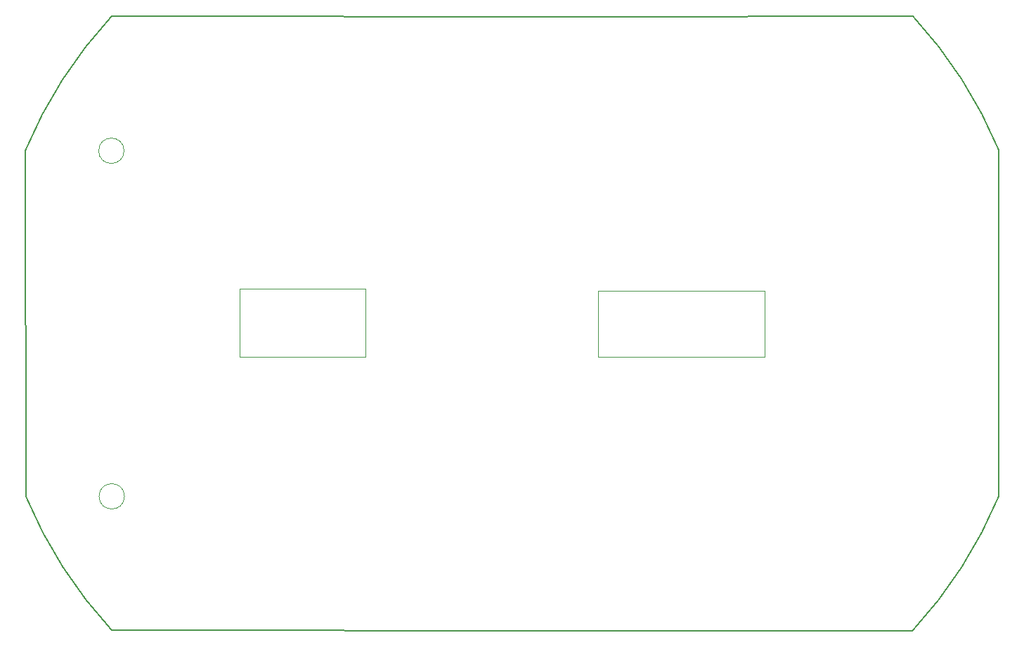
<source format=gbr>
%TF.GenerationSoftware,KiCad,Pcbnew,7.0.8*%
%TF.CreationDate,2024-01-02T21:28:18+01:00*%
%TF.ProjectId,Computer Mouse,436f6d70-7574-4657-9220-4d6f7573652e,rev?*%
%TF.SameCoordinates,Original*%
%TF.FileFunction,Profile,NP*%
%FSLAX46Y46*%
G04 Gerber Fmt 4.6, Leading zero omitted, Abs format (unit mm)*
G04 Created by KiCad (PCBNEW 7.0.8) date 2024-01-02 21:28:18*
%MOMM*%
%LPD*%
G01*
G04 APERTURE LIST*
%TA.AperFunction,Profile*%
%ADD10C,0.100000*%
%TD*%
%TA.AperFunction,Profile*%
%ADD11C,0.200000*%
%TD*%
G04 APERTURE END LIST*
D10*
X104950000Y-96800000D02*
X120100000Y-96800000D01*
X120100000Y-105000000D01*
X104950000Y-105000000D01*
X104950000Y-96800000D01*
D11*
X146000000Y-64000000D02*
X186067726Y-63937354D01*
X89506094Y-63963772D02*
X146000000Y-64000000D01*
D10*
X148100000Y-97000000D02*
X168200000Y-97000000D01*
X168200000Y-105000000D01*
X148100000Y-105000000D01*
X148100000Y-97000000D01*
D11*
X196399998Y-80050000D02*
G75*
G03*
X186067725Y-63937355I-50399998J-20950000D01*
G01*
D10*
X91023975Y-80150000D02*
G75*
G03*
X91023975Y-80150000I-1523975J0D01*
G01*
D11*
X186018276Y-137989743D02*
G75*
G03*
X196399999Y-121800000I-40259476J37240043D01*
G01*
X79200001Y-121800000D02*
G75*
G03*
X89532273Y-137912646I50399999J20950000D01*
G01*
D10*
X91076434Y-121800000D02*
G75*
G03*
X91076434Y-121800000I-1526434J0D01*
G01*
D11*
X79200000Y-121800000D02*
X79124378Y-80153522D01*
X196399999Y-80050000D02*
X196400000Y-96100000D01*
X186018284Y-137989750D02*
X146000000Y-138000000D01*
X89532273Y-137912646D02*
X146000000Y-138000000D01*
X196400000Y-96100000D02*
X196400000Y-121800000D01*
X89506094Y-63963772D02*
G75*
G03*
X79124379Y-80153522I40259506J-37240028D01*
G01*
M02*

</source>
